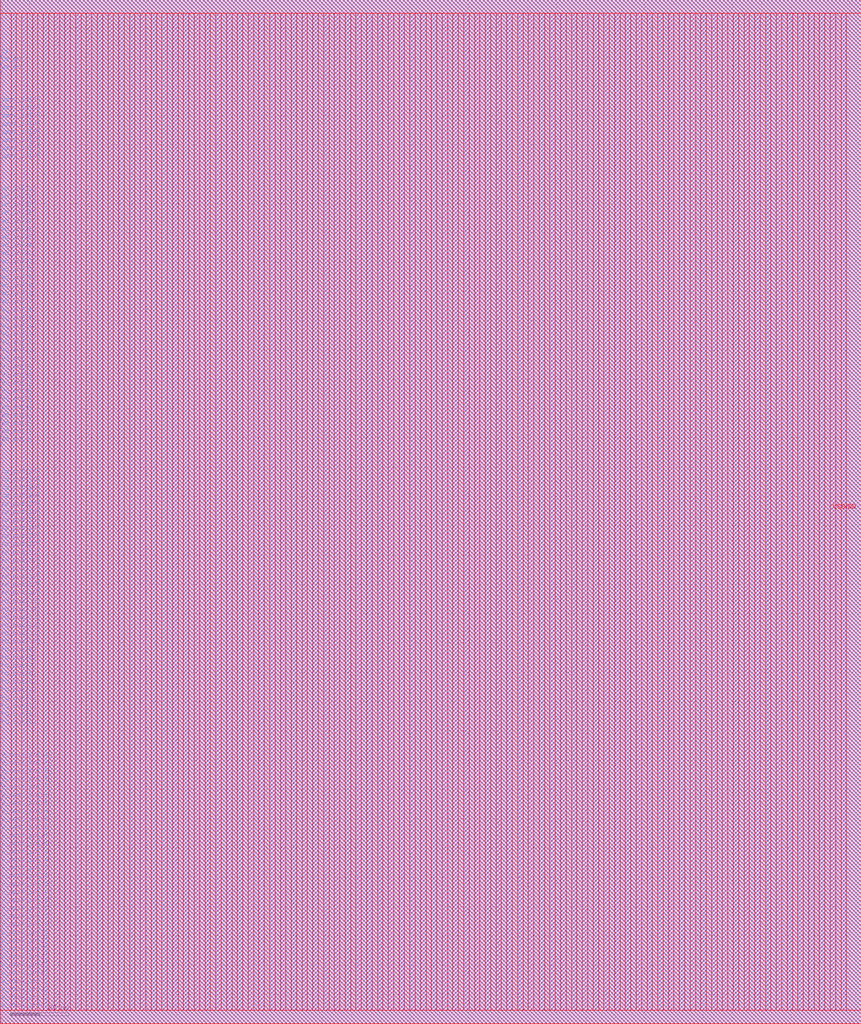
<source format=lef>
VERSION 5.7 ;
BUSBITCHARS "[]" ;
MACRO fakeram130_256x32
  FOREIGN fakeram130_256x32 0 0 ;
  SYMMETRY X Y R90 ;
  SIZE 293.940 BY 349.520 ;
  CLASS BLOCK ;
  PIN w_mask_in[0]
    DIRECTION INPUT ;
    USE SIGNAL ;
    SHAPE ABUTMENT ;
    PORT
      LAYER met3 ;
      RECT 0.000 4.370 0.460 4.830 ;
    END
  END w_mask_in[0]
  PIN w_mask_in[1]
    DIRECTION INPUT ;
    USE SIGNAL ;
    SHAPE ABUTMENT ;
    PORT
      LAYER met3 ;
      RECT 0.000 7.130 0.460 7.590 ;
    END
  END w_mask_in[1]
  PIN w_mask_in[2]
    DIRECTION INPUT ;
    USE SIGNAL ;
    SHAPE ABUTMENT ;
    PORT
      LAYER met3 ;
      RECT 0.000 9.890 0.460 10.350 ;
    END
  END w_mask_in[2]
  PIN w_mask_in[3]
    DIRECTION INPUT ;
    USE SIGNAL ;
    SHAPE ABUTMENT ;
    PORT
      LAYER met3 ;
      RECT 0.000 12.650 0.460 13.110 ;
    END
  END w_mask_in[3]
  PIN w_mask_in[4]
    DIRECTION INPUT ;
    USE SIGNAL ;
    SHAPE ABUTMENT ;
    PORT
      LAYER met3 ;
      RECT 0.000 15.410 0.460 15.870 ;
    END
  END w_mask_in[4]
  PIN w_mask_in[5]
    DIRECTION INPUT ;
    USE SIGNAL ;
    SHAPE ABUTMENT ;
    PORT
      LAYER met3 ;
      RECT 0.000 18.170 0.460 18.630 ;
    END
  END w_mask_in[5]
  PIN w_mask_in[6]
    DIRECTION INPUT ;
    USE SIGNAL ;
    SHAPE ABUTMENT ;
    PORT
      LAYER met3 ;
      RECT 0.000 20.930 0.460 21.390 ;
    END
  END w_mask_in[6]
  PIN w_mask_in[7]
    DIRECTION INPUT ;
    USE SIGNAL ;
    SHAPE ABUTMENT ;
    PORT
      LAYER met3 ;
      RECT 0.000 23.690 0.460 24.150 ;
    END
  END w_mask_in[7]
  PIN w_mask_in[8]
    DIRECTION INPUT ;
    USE SIGNAL ;
    SHAPE ABUTMENT ;
    PORT
      LAYER met3 ;
      RECT 0.000 26.450 0.460 26.910 ;
    END
  END w_mask_in[8]
  PIN w_mask_in[9]
    DIRECTION INPUT ;
    USE SIGNAL ;
    SHAPE ABUTMENT ;
    PORT
      LAYER met3 ;
      RECT 0.000 29.210 0.460 29.670 ;
    END
  END w_mask_in[9]
  PIN w_mask_in[10]
    DIRECTION INPUT ;
    USE SIGNAL ;
    SHAPE ABUTMENT ;
    PORT
      LAYER met3 ;
      RECT 0.000 31.970 0.460 32.430 ;
    END
  END w_mask_in[10]
  PIN w_mask_in[11]
    DIRECTION INPUT ;
    USE SIGNAL ;
    SHAPE ABUTMENT ;
    PORT
      LAYER met3 ;
      RECT 0.000 34.730 0.460 35.190 ;
    END
  END w_mask_in[11]
  PIN w_mask_in[12]
    DIRECTION INPUT ;
    USE SIGNAL ;
    SHAPE ABUTMENT ;
    PORT
      LAYER met3 ;
      RECT 0.000 37.490 0.460 37.950 ;
    END
  END w_mask_in[12]
  PIN w_mask_in[13]
    DIRECTION INPUT ;
    USE SIGNAL ;
    SHAPE ABUTMENT ;
    PORT
      LAYER met3 ;
      RECT 0.000 40.250 0.460 40.710 ;
    END
  END w_mask_in[13]
  PIN w_mask_in[14]
    DIRECTION INPUT ;
    USE SIGNAL ;
    SHAPE ABUTMENT ;
    PORT
      LAYER met3 ;
      RECT 0.000 43.010 0.460 43.470 ;
    END
  END w_mask_in[14]
  PIN w_mask_in[15]
    DIRECTION INPUT ;
    USE SIGNAL ;
    SHAPE ABUTMENT ;
    PORT
      LAYER met3 ;
      RECT 0.000 45.770 0.460 46.230 ;
    END
  END w_mask_in[15]
  PIN w_mask_in[16]
    DIRECTION INPUT ;
    USE SIGNAL ;
    SHAPE ABUTMENT ;
    PORT
      LAYER met3 ;
      RECT 0.000 48.530 0.460 48.990 ;
    END
  END w_mask_in[16]
  PIN w_mask_in[17]
    DIRECTION INPUT ;
    USE SIGNAL ;
    SHAPE ABUTMENT ;
    PORT
      LAYER met3 ;
      RECT 0.000 51.290 0.460 51.750 ;
    END
  END w_mask_in[17]
  PIN w_mask_in[18]
    DIRECTION INPUT ;
    USE SIGNAL ;
    SHAPE ABUTMENT ;
    PORT
      LAYER met3 ;
      RECT 0.000 54.050 0.460 54.510 ;
    END
  END w_mask_in[18]
  PIN w_mask_in[19]
    DIRECTION INPUT ;
    USE SIGNAL ;
    SHAPE ABUTMENT ;
    PORT
      LAYER met3 ;
      RECT 0.000 56.810 0.460 57.270 ;
    END
  END w_mask_in[19]
  PIN w_mask_in[20]
    DIRECTION INPUT ;
    USE SIGNAL ;
    SHAPE ABUTMENT ;
    PORT
      LAYER met3 ;
      RECT 0.000 59.570 0.460 60.030 ;
    END
  END w_mask_in[20]
  PIN w_mask_in[21]
    DIRECTION INPUT ;
    USE SIGNAL ;
    SHAPE ABUTMENT ;
    PORT
      LAYER met3 ;
      RECT 0.000 62.330 0.460 62.790 ;
    END
  END w_mask_in[21]
  PIN w_mask_in[22]
    DIRECTION INPUT ;
    USE SIGNAL ;
    SHAPE ABUTMENT ;
    PORT
      LAYER met3 ;
      RECT 0.000 65.090 0.460 65.550 ;
    END
  END w_mask_in[22]
  PIN w_mask_in[23]
    DIRECTION INPUT ;
    USE SIGNAL ;
    SHAPE ABUTMENT ;
    PORT
      LAYER met3 ;
      RECT 0.000 67.850 0.460 68.310 ;
    END
  END w_mask_in[23]
  PIN w_mask_in[24]
    DIRECTION INPUT ;
    USE SIGNAL ;
    SHAPE ABUTMENT ;
    PORT
      LAYER met3 ;
      RECT 0.000 70.610 0.460 71.070 ;
    END
  END w_mask_in[24]
  PIN w_mask_in[25]
    DIRECTION INPUT ;
    USE SIGNAL ;
    SHAPE ABUTMENT ;
    PORT
      LAYER met3 ;
      RECT 0.000 73.370 0.460 73.830 ;
    END
  END w_mask_in[25]
  PIN w_mask_in[26]
    DIRECTION INPUT ;
    USE SIGNAL ;
    SHAPE ABUTMENT ;
    PORT
      LAYER met3 ;
      RECT 0.000 76.130 0.460 76.590 ;
    END
  END w_mask_in[26]
  PIN w_mask_in[27]
    DIRECTION INPUT ;
    USE SIGNAL ;
    SHAPE ABUTMENT ;
    PORT
      LAYER met3 ;
      RECT 0.000 78.890 0.460 79.350 ;
    END
  END w_mask_in[27]
  PIN w_mask_in[28]
    DIRECTION INPUT ;
    USE SIGNAL ;
    SHAPE ABUTMENT ;
    PORT
      LAYER met3 ;
      RECT 0.000 81.650 0.460 82.110 ;
    END
  END w_mask_in[28]
  PIN w_mask_in[29]
    DIRECTION INPUT ;
    USE SIGNAL ;
    SHAPE ABUTMENT ;
    PORT
      LAYER met3 ;
      RECT 0.000 84.410 0.460 84.870 ;
    END
  END w_mask_in[29]
  PIN w_mask_in[30]
    DIRECTION INPUT ;
    USE SIGNAL ;
    SHAPE ABUTMENT ;
    PORT
      LAYER met3 ;
      RECT 0.000 87.170 0.460 87.630 ;
    END
  END w_mask_in[30]
  PIN w_mask_in[31]
    DIRECTION INPUT ;
    USE SIGNAL ;
    SHAPE ABUTMENT ;
    PORT
      LAYER met3 ;
      RECT 0.000 89.930 0.460 90.390 ;
    END
  END w_mask_in[31]
  PIN rd_out[0]
    DIRECTION OUTPUT ;
    USE SIGNAL ;
    SHAPE ABUTMENT ;
    PORT
      LAYER met3 ;
      RECT 0.000 100.970 0.460 101.430 ;
    END
  END rd_out[0]
  PIN rd_out[1]
    DIRECTION OUTPUT ;
    USE SIGNAL ;
    SHAPE ABUTMENT ;
    PORT
      LAYER met3 ;
      RECT 0.000 103.730 0.460 104.190 ;
    END
  END rd_out[1]
  PIN rd_out[2]
    DIRECTION OUTPUT ;
    USE SIGNAL ;
    SHAPE ABUTMENT ;
    PORT
      LAYER met3 ;
      RECT 0.000 106.490 0.460 106.950 ;
    END
  END rd_out[2]
  PIN rd_out[3]
    DIRECTION OUTPUT ;
    USE SIGNAL ;
    SHAPE ABUTMENT ;
    PORT
      LAYER met3 ;
      RECT 0.000 109.250 0.460 109.710 ;
    END
  END rd_out[3]
  PIN rd_out[4]
    DIRECTION OUTPUT ;
    USE SIGNAL ;
    SHAPE ABUTMENT ;
    PORT
      LAYER met3 ;
      RECT 0.000 112.010 0.460 112.470 ;
    END
  END rd_out[4]
  PIN rd_out[5]
    DIRECTION OUTPUT ;
    USE SIGNAL ;
    SHAPE ABUTMENT ;
    PORT
      LAYER met3 ;
      RECT 0.000 114.770 0.460 115.230 ;
    END
  END rd_out[5]
  PIN rd_out[6]
    DIRECTION OUTPUT ;
    USE SIGNAL ;
    SHAPE ABUTMENT ;
    PORT
      LAYER met3 ;
      RECT 0.000 117.530 0.460 117.990 ;
    END
  END rd_out[6]
  PIN rd_out[7]
    DIRECTION OUTPUT ;
    USE SIGNAL ;
    SHAPE ABUTMENT ;
    PORT
      LAYER met3 ;
      RECT 0.000 120.290 0.460 120.750 ;
    END
  END rd_out[7]
  PIN rd_out[8]
    DIRECTION OUTPUT ;
    USE SIGNAL ;
    SHAPE ABUTMENT ;
    PORT
      LAYER met3 ;
      RECT 0.000 123.050 0.460 123.510 ;
    END
  END rd_out[8]
  PIN rd_out[9]
    DIRECTION OUTPUT ;
    USE SIGNAL ;
    SHAPE ABUTMENT ;
    PORT
      LAYER met3 ;
      RECT 0.000 125.810 0.460 126.270 ;
    END
  END rd_out[9]
  PIN rd_out[10]
    DIRECTION OUTPUT ;
    USE SIGNAL ;
    SHAPE ABUTMENT ;
    PORT
      LAYER met3 ;
      RECT 0.000 128.570 0.460 129.030 ;
    END
  END rd_out[10]
  PIN rd_out[11]
    DIRECTION OUTPUT ;
    USE SIGNAL ;
    SHAPE ABUTMENT ;
    PORT
      LAYER met3 ;
      RECT 0.000 131.330 0.460 131.790 ;
    END
  END rd_out[11]
  PIN rd_out[12]
    DIRECTION OUTPUT ;
    USE SIGNAL ;
    SHAPE ABUTMENT ;
    PORT
      LAYER met3 ;
      RECT 0.000 134.090 0.460 134.550 ;
    END
  END rd_out[12]
  PIN rd_out[13]
    DIRECTION OUTPUT ;
    USE SIGNAL ;
    SHAPE ABUTMENT ;
    PORT
      LAYER met3 ;
      RECT 0.000 136.850 0.460 137.310 ;
    END
  END rd_out[13]
  PIN rd_out[14]
    DIRECTION OUTPUT ;
    USE SIGNAL ;
    SHAPE ABUTMENT ;
    PORT
      LAYER met3 ;
      RECT 0.000 139.610 0.460 140.070 ;
    END
  END rd_out[14]
  PIN rd_out[15]
    DIRECTION OUTPUT ;
    USE SIGNAL ;
    SHAPE ABUTMENT ;
    PORT
      LAYER met3 ;
      RECT 0.000 142.370 0.460 142.830 ;
    END
  END rd_out[15]
  PIN rd_out[16]
    DIRECTION OUTPUT ;
    USE SIGNAL ;
    SHAPE ABUTMENT ;
    PORT
      LAYER met3 ;
      RECT 0.000 145.130 0.460 145.590 ;
    END
  END rd_out[16]
  PIN rd_out[17]
    DIRECTION OUTPUT ;
    USE SIGNAL ;
    SHAPE ABUTMENT ;
    PORT
      LAYER met3 ;
      RECT 0.000 147.890 0.460 148.350 ;
    END
  END rd_out[17]
  PIN rd_out[18]
    DIRECTION OUTPUT ;
    USE SIGNAL ;
    SHAPE ABUTMENT ;
    PORT
      LAYER met3 ;
      RECT 0.000 150.650 0.460 151.110 ;
    END
  END rd_out[18]
  PIN rd_out[19]
    DIRECTION OUTPUT ;
    USE SIGNAL ;
    SHAPE ABUTMENT ;
    PORT
      LAYER met3 ;
      RECT 0.000 153.410 0.460 153.870 ;
    END
  END rd_out[19]
  PIN rd_out[20]
    DIRECTION OUTPUT ;
    USE SIGNAL ;
    SHAPE ABUTMENT ;
    PORT
      LAYER met3 ;
      RECT 0.000 156.170 0.460 156.630 ;
    END
  END rd_out[20]
  PIN rd_out[21]
    DIRECTION OUTPUT ;
    USE SIGNAL ;
    SHAPE ABUTMENT ;
    PORT
      LAYER met3 ;
      RECT 0.000 158.930 0.460 159.390 ;
    END
  END rd_out[21]
  PIN rd_out[22]
    DIRECTION OUTPUT ;
    USE SIGNAL ;
    SHAPE ABUTMENT ;
    PORT
      LAYER met3 ;
      RECT 0.000 161.690 0.460 162.150 ;
    END
  END rd_out[22]
  PIN rd_out[23]
    DIRECTION OUTPUT ;
    USE SIGNAL ;
    SHAPE ABUTMENT ;
    PORT
      LAYER met3 ;
      RECT 0.000 164.450 0.460 164.910 ;
    END
  END rd_out[23]
  PIN rd_out[24]
    DIRECTION OUTPUT ;
    USE SIGNAL ;
    SHAPE ABUTMENT ;
    PORT
      LAYER met3 ;
      RECT 0.000 167.210 0.460 167.670 ;
    END
  END rd_out[24]
  PIN rd_out[25]
    DIRECTION OUTPUT ;
    USE SIGNAL ;
    SHAPE ABUTMENT ;
    PORT
      LAYER met3 ;
      RECT 0.000 169.970 0.460 170.430 ;
    END
  END rd_out[25]
  PIN rd_out[26]
    DIRECTION OUTPUT ;
    USE SIGNAL ;
    SHAPE ABUTMENT ;
    PORT
      LAYER met3 ;
      RECT 0.000 172.730 0.460 173.190 ;
    END
  END rd_out[26]
  PIN rd_out[27]
    DIRECTION OUTPUT ;
    USE SIGNAL ;
    SHAPE ABUTMENT ;
    PORT
      LAYER met3 ;
      RECT 0.000 175.490 0.460 175.950 ;
    END
  END rd_out[27]
  PIN rd_out[28]
    DIRECTION OUTPUT ;
    USE SIGNAL ;
    SHAPE ABUTMENT ;
    PORT
      LAYER met3 ;
      RECT 0.000 178.250 0.460 178.710 ;
    END
  END rd_out[28]
  PIN rd_out[29]
    DIRECTION OUTPUT ;
    USE SIGNAL ;
    SHAPE ABUTMENT ;
    PORT
      LAYER met3 ;
      RECT 0.000 181.010 0.460 181.470 ;
    END
  END rd_out[29]
  PIN rd_out[30]
    DIRECTION OUTPUT ;
    USE SIGNAL ;
    SHAPE ABUTMENT ;
    PORT
      LAYER met3 ;
      RECT 0.000 183.770 0.460 184.230 ;
    END
  END rd_out[30]
  PIN rd_out[31]
    DIRECTION OUTPUT ;
    USE SIGNAL ;
    SHAPE ABUTMENT ;
    PORT
      LAYER met3 ;
      RECT 0.000 186.530 0.460 186.990 ;
    END
  END rd_out[31]
  PIN wd_in[0]
    DIRECTION INPUT ;
    USE SIGNAL ;
    SHAPE ABUTMENT ;
    PORT
      LAYER met3 ;
      RECT 0.000 197.570 0.460 198.030 ;
    END
  END wd_in[0]
  PIN wd_in[1]
    DIRECTION INPUT ;
    USE SIGNAL ;
    SHAPE ABUTMENT ;
    PORT
      LAYER met3 ;
      RECT 0.000 200.330 0.460 200.790 ;
    END
  END wd_in[1]
  PIN wd_in[2]
    DIRECTION INPUT ;
    USE SIGNAL ;
    SHAPE ABUTMENT ;
    PORT
      LAYER met3 ;
      RECT 0.000 203.090 0.460 203.550 ;
    END
  END wd_in[2]
  PIN wd_in[3]
    DIRECTION INPUT ;
    USE SIGNAL ;
    SHAPE ABUTMENT ;
    PORT
      LAYER met3 ;
      RECT 0.000 205.850 0.460 206.310 ;
    END
  END wd_in[3]
  PIN wd_in[4]
    DIRECTION INPUT ;
    USE SIGNAL ;
    SHAPE ABUTMENT ;
    PORT
      LAYER met3 ;
      RECT 0.000 208.610 0.460 209.070 ;
    END
  END wd_in[4]
  PIN wd_in[5]
    DIRECTION INPUT ;
    USE SIGNAL ;
    SHAPE ABUTMENT ;
    PORT
      LAYER met3 ;
      RECT 0.000 211.370 0.460 211.830 ;
    END
  END wd_in[5]
  PIN wd_in[6]
    DIRECTION INPUT ;
    USE SIGNAL ;
    SHAPE ABUTMENT ;
    PORT
      LAYER met3 ;
      RECT 0.000 214.130 0.460 214.590 ;
    END
  END wd_in[6]
  PIN wd_in[7]
    DIRECTION INPUT ;
    USE SIGNAL ;
    SHAPE ABUTMENT ;
    PORT
      LAYER met3 ;
      RECT 0.000 216.890 0.460 217.350 ;
    END
  END wd_in[7]
  PIN wd_in[8]
    DIRECTION INPUT ;
    USE SIGNAL ;
    SHAPE ABUTMENT ;
    PORT
      LAYER met3 ;
      RECT 0.000 219.650 0.460 220.110 ;
    END
  END wd_in[8]
  PIN wd_in[9]
    DIRECTION INPUT ;
    USE SIGNAL ;
    SHAPE ABUTMENT ;
    PORT
      LAYER met3 ;
      RECT 0.000 222.410 0.460 222.870 ;
    END
  END wd_in[9]
  PIN wd_in[10]
    DIRECTION INPUT ;
    USE SIGNAL ;
    SHAPE ABUTMENT ;
    PORT
      LAYER met3 ;
      RECT 0.000 225.170 0.460 225.630 ;
    END
  END wd_in[10]
  PIN wd_in[11]
    DIRECTION INPUT ;
    USE SIGNAL ;
    SHAPE ABUTMENT ;
    PORT
      LAYER met3 ;
      RECT 0.000 227.930 0.460 228.390 ;
    END
  END wd_in[11]
  PIN wd_in[12]
    DIRECTION INPUT ;
    USE SIGNAL ;
    SHAPE ABUTMENT ;
    PORT
      LAYER met3 ;
      RECT 0.000 230.690 0.460 231.150 ;
    END
  END wd_in[12]
  PIN wd_in[13]
    DIRECTION INPUT ;
    USE SIGNAL ;
    SHAPE ABUTMENT ;
    PORT
      LAYER met3 ;
      RECT 0.000 233.450 0.460 233.910 ;
    END
  END wd_in[13]
  PIN wd_in[14]
    DIRECTION INPUT ;
    USE SIGNAL ;
    SHAPE ABUTMENT ;
    PORT
      LAYER met3 ;
      RECT 0.000 236.210 0.460 236.670 ;
    END
  END wd_in[14]
  PIN wd_in[15]
    DIRECTION INPUT ;
    USE SIGNAL ;
    SHAPE ABUTMENT ;
    PORT
      LAYER met3 ;
      RECT 0.000 238.970 0.460 239.430 ;
    END
  END wd_in[15]
  PIN wd_in[16]
    DIRECTION INPUT ;
    USE SIGNAL ;
    SHAPE ABUTMENT ;
    PORT
      LAYER met3 ;
      RECT 0.000 241.730 0.460 242.190 ;
    END
  END wd_in[16]
  PIN wd_in[17]
    DIRECTION INPUT ;
    USE SIGNAL ;
    SHAPE ABUTMENT ;
    PORT
      LAYER met3 ;
      RECT 0.000 244.490 0.460 244.950 ;
    END
  END wd_in[17]
  PIN wd_in[18]
    DIRECTION INPUT ;
    USE SIGNAL ;
    SHAPE ABUTMENT ;
    PORT
      LAYER met3 ;
      RECT 0.000 247.250 0.460 247.710 ;
    END
  END wd_in[18]
  PIN wd_in[19]
    DIRECTION INPUT ;
    USE SIGNAL ;
    SHAPE ABUTMENT ;
    PORT
      LAYER met3 ;
      RECT 0.000 250.010 0.460 250.470 ;
    END
  END wd_in[19]
  PIN wd_in[20]
    DIRECTION INPUT ;
    USE SIGNAL ;
    SHAPE ABUTMENT ;
    PORT
      LAYER met3 ;
      RECT 0.000 252.770 0.460 253.230 ;
    END
  END wd_in[20]
  PIN wd_in[21]
    DIRECTION INPUT ;
    USE SIGNAL ;
    SHAPE ABUTMENT ;
    PORT
      LAYER met3 ;
      RECT 0.000 255.530 0.460 255.990 ;
    END
  END wd_in[21]
  PIN wd_in[22]
    DIRECTION INPUT ;
    USE SIGNAL ;
    SHAPE ABUTMENT ;
    PORT
      LAYER met3 ;
      RECT 0.000 258.290 0.460 258.750 ;
    END
  END wd_in[22]
  PIN wd_in[23]
    DIRECTION INPUT ;
    USE SIGNAL ;
    SHAPE ABUTMENT ;
    PORT
      LAYER met3 ;
      RECT 0.000 261.050 0.460 261.510 ;
    END
  END wd_in[23]
  PIN wd_in[24]
    DIRECTION INPUT ;
    USE SIGNAL ;
    SHAPE ABUTMENT ;
    PORT
      LAYER met3 ;
      RECT 0.000 263.810 0.460 264.270 ;
    END
  END wd_in[24]
  PIN wd_in[25]
    DIRECTION INPUT ;
    USE SIGNAL ;
    SHAPE ABUTMENT ;
    PORT
      LAYER met3 ;
      RECT 0.000 266.570 0.460 267.030 ;
    END
  END wd_in[25]
  PIN wd_in[26]
    DIRECTION INPUT ;
    USE SIGNAL ;
    SHAPE ABUTMENT ;
    PORT
      LAYER met3 ;
      RECT 0.000 269.330 0.460 269.790 ;
    END
  END wd_in[26]
  PIN wd_in[27]
    DIRECTION INPUT ;
    USE SIGNAL ;
    SHAPE ABUTMENT ;
    PORT
      LAYER met3 ;
      RECT 0.000 272.090 0.460 272.550 ;
    END
  END wd_in[27]
  PIN wd_in[28]
    DIRECTION INPUT ;
    USE SIGNAL ;
    SHAPE ABUTMENT ;
    PORT
      LAYER met3 ;
      RECT 0.000 274.850 0.460 275.310 ;
    END
  END wd_in[28]
  PIN wd_in[29]
    DIRECTION INPUT ;
    USE SIGNAL ;
    SHAPE ABUTMENT ;
    PORT
      LAYER met3 ;
      RECT 0.000 277.610 0.460 278.070 ;
    END
  END wd_in[29]
  PIN wd_in[30]
    DIRECTION INPUT ;
    USE SIGNAL ;
    SHAPE ABUTMENT ;
    PORT
      LAYER met3 ;
      RECT 0.000 280.370 0.460 280.830 ;
    END
  END wd_in[30]
  PIN wd_in[31]
    DIRECTION INPUT ;
    USE SIGNAL ;
    SHAPE ABUTMENT ;
    PORT
      LAYER met3 ;
      RECT 0.000 283.130 0.460 283.590 ;
    END
  END wd_in[31]
  PIN addr_in[0]
    DIRECTION INPUT ;
    USE SIGNAL ;
    SHAPE ABUTMENT ;
    PORT
      LAYER met3 ;
      RECT 0.000 294.170 0.460 294.630 ;
    END
  END addr_in[0]
  PIN addr_in[1]
    DIRECTION INPUT ;
    USE SIGNAL ;
    SHAPE ABUTMENT ;
    PORT
      LAYER met3 ;
      RECT 0.000 296.930 0.460 297.390 ;
    END
  END addr_in[1]
  PIN addr_in[2]
    DIRECTION INPUT ;
    USE SIGNAL ;
    SHAPE ABUTMENT ;
    PORT
      LAYER met3 ;
      RECT 0.000 299.690 0.460 300.150 ;
    END
  END addr_in[2]
  PIN addr_in[3]
    DIRECTION INPUT ;
    USE SIGNAL ;
    SHAPE ABUTMENT ;
    PORT
      LAYER met3 ;
      RECT 0.000 302.450 0.460 302.910 ;
    END
  END addr_in[3]
  PIN addr_in[4]
    DIRECTION INPUT ;
    USE SIGNAL ;
    SHAPE ABUTMENT ;
    PORT
      LAYER met3 ;
      RECT 0.000 305.210 0.460 305.670 ;
    END
  END addr_in[4]
  PIN addr_in[5]
    DIRECTION INPUT ;
    USE SIGNAL ;
    SHAPE ABUTMENT ;
    PORT
      LAYER met3 ;
      RECT 0.000 307.970 0.460 308.430 ;
    END
  END addr_in[5]
  PIN addr_in[6]
    DIRECTION INPUT ;
    USE SIGNAL ;
    SHAPE ABUTMENT ;
    PORT
      LAYER met3 ;
      RECT 0.000 310.730 0.460 311.190 ;
    END
  END addr_in[6]
  PIN addr_in[7]
    DIRECTION INPUT ;
    USE SIGNAL ;
    SHAPE ABUTMENT ;
    PORT
      LAYER met3 ;
      RECT 0.000 313.490 0.460 313.950 ;
    END
  END addr_in[7]
  PIN we_in
    DIRECTION INPUT ;
    USE SIGNAL ;
    SHAPE ABUTMENT ;
    PORT
      LAYER met3 ;
      RECT 0.000 324.530 0.460 324.990 ;
    END
  END we_in
  PIN ce_in
    DIRECTION INPUT ;
    USE SIGNAL ;
    SHAPE ABUTMENT ;
    PORT
      LAYER met3 ;
      RECT 0.000 327.290 0.460 327.750 ;
    END
  END ce_in
  PIN clk
    DIRECTION INPUT ;
    USE SIGNAL ;
    SHAPE ABUTMENT ;
    PORT
      LAYER met3 ;
      RECT 0.000 330.050 0.460 330.510 ;
    END
  END clk
  PIN VSS
    DIRECTION INOUT ;
    USE GROUND ;
    PORT
      LAYER met4 ;
      RECT 3.680 4.600 5.520 344.920 ;
      RECT 11.040 4.600 12.880 344.920 ;
      RECT 18.400 4.600 20.240 344.920 ;
      RECT 25.760 4.600 27.600 344.920 ;
      RECT 33.120 4.600 34.960 344.920 ;
      RECT 40.480 4.600 42.320 344.920 ;
      RECT 47.840 4.600 49.680 344.920 ;
      RECT 55.200 4.600 57.040 344.920 ;
      RECT 62.560 4.600 64.400 344.920 ;
      RECT 69.920 4.600 71.760 344.920 ;
      RECT 77.280 4.600 79.120 344.920 ;
      RECT 84.640 4.600 86.480 344.920 ;
      RECT 92.000 4.600 93.840 344.920 ;
      RECT 99.360 4.600 101.200 344.920 ;
      RECT 106.720 4.600 108.560 344.920 ;
      RECT 114.080 4.600 115.920 344.920 ;
      RECT 121.440 4.600 123.280 344.920 ;
      RECT 128.800 4.600 130.640 344.920 ;
      RECT 136.160 4.600 138.000 344.920 ;
      RECT 143.520 4.600 145.360 344.920 ;
      RECT 150.880 4.600 152.720 344.920 ;
      RECT 158.240 4.600 160.080 344.920 ;
      RECT 165.600 4.600 167.440 344.920 ;
      RECT 172.960 4.600 174.800 344.920 ;
      RECT 180.320 4.600 182.160 344.920 ;
      RECT 187.680 4.600 189.520 344.920 ;
      RECT 195.040 4.600 196.880 344.920 ;
      RECT 202.400 4.600 204.240 344.920 ;
      RECT 209.760 4.600 211.600 344.920 ;
      RECT 217.120 4.600 218.960 344.920 ;
      RECT 224.480 4.600 226.320 344.920 ;
      RECT 231.840 4.600 233.680 344.920 ;
      RECT 239.200 4.600 241.040 344.920 ;
      RECT 246.560 4.600 248.400 344.920 ;
      RECT 253.920 4.600 255.760 344.920 ;
      RECT 261.280 4.600 263.120 344.920 ;
      RECT 268.640 4.600 270.480 344.920 ;
      RECT 276.000 4.600 277.840 344.920 ;
      RECT 283.360 4.600 285.200 344.920 ;
    END
  END VSS
  PIN VDD
    DIRECTION INOUT ;
    USE POWER ;
    PORT
      LAYER met4 ;
      RECT 7.360 4.600 9.200 344.920 ;
      RECT 14.720 4.600 16.560 344.920 ;
      RECT 22.080 4.600 23.920 344.920 ;
      RECT 29.440 4.600 31.280 344.920 ;
      RECT 36.800 4.600 38.640 344.920 ;
      RECT 44.160 4.600 46.000 344.920 ;
      RECT 51.520 4.600 53.360 344.920 ;
      RECT 58.880 4.600 60.720 344.920 ;
      RECT 66.240 4.600 68.080 344.920 ;
      RECT 73.600 4.600 75.440 344.920 ;
      RECT 80.960 4.600 82.800 344.920 ;
      RECT 88.320 4.600 90.160 344.920 ;
      RECT 95.680 4.600 97.520 344.920 ;
      RECT 103.040 4.600 104.880 344.920 ;
      RECT 110.400 4.600 112.240 344.920 ;
      RECT 117.760 4.600 119.600 344.920 ;
      RECT 125.120 4.600 126.960 344.920 ;
      RECT 132.480 4.600 134.320 344.920 ;
      RECT 139.840 4.600 141.680 344.920 ;
      RECT 147.200 4.600 149.040 344.920 ;
      RECT 154.560 4.600 156.400 344.920 ;
      RECT 161.920 4.600 163.760 344.920 ;
      RECT 169.280 4.600 171.120 344.920 ;
      RECT 176.640 4.600 178.480 344.920 ;
      RECT 184.000 4.600 185.840 344.920 ;
      RECT 191.360 4.600 193.200 344.920 ;
      RECT 198.720 4.600 200.560 344.920 ;
      RECT 206.080 4.600 207.920 344.920 ;
      RECT 213.440 4.600 215.280 344.920 ;
      RECT 220.800 4.600 222.640 344.920 ;
      RECT 228.160 4.600 230.000 344.920 ;
      RECT 235.520 4.600 237.360 344.920 ;
      RECT 242.880 4.600 244.720 344.920 ;
      RECT 250.240 4.600 252.080 344.920 ;
      RECT 257.600 4.600 259.440 344.920 ;
      RECT 264.960 4.600 266.800 344.920 ;
      RECT 272.320 4.600 274.160 344.920 ;
      RECT 279.680 4.600 281.520 344.920 ;
      RECT 287.040 4.600 288.880 344.920 ;
    END
  END VDD
  OBS
    LAYER met1 ;
    RECT 0 0 293.940 349.520 ;
    LAYER met2 ;
    RECT 0 0 293.940 349.520 ;
    LAYER met3 ;
    RECT 0.460 0 293.940 349.520 ;
    RECT 0 0.000 0.460 4.370 ;
    RECT 0 4.830 0.460 7.130 ;
    RECT 0 7.590 0.460 9.890 ;
    RECT 0 10.350 0.460 12.650 ;
    RECT 0 13.110 0.460 15.410 ;
    RECT 0 15.870 0.460 18.170 ;
    RECT 0 18.630 0.460 20.930 ;
    RECT 0 21.390 0.460 23.690 ;
    RECT 0 24.150 0.460 26.450 ;
    RECT 0 26.910 0.460 29.210 ;
    RECT 0 29.670 0.460 31.970 ;
    RECT 0 32.430 0.460 34.730 ;
    RECT 0 35.190 0.460 37.490 ;
    RECT 0 37.950 0.460 40.250 ;
    RECT 0 40.710 0.460 43.010 ;
    RECT 0 43.470 0.460 45.770 ;
    RECT 0 46.230 0.460 48.530 ;
    RECT 0 48.990 0.460 51.290 ;
    RECT 0 51.750 0.460 54.050 ;
    RECT 0 54.510 0.460 56.810 ;
    RECT 0 57.270 0.460 59.570 ;
    RECT 0 60.030 0.460 62.330 ;
    RECT 0 62.790 0.460 65.090 ;
    RECT 0 65.550 0.460 67.850 ;
    RECT 0 68.310 0.460 70.610 ;
    RECT 0 71.070 0.460 73.370 ;
    RECT 0 73.830 0.460 76.130 ;
    RECT 0 76.590 0.460 78.890 ;
    RECT 0 79.350 0.460 81.650 ;
    RECT 0 82.110 0.460 84.410 ;
    RECT 0 84.870 0.460 87.170 ;
    RECT 0 87.630 0.460 89.930 ;
    RECT 0 90.390 0.460 100.970 ;
    RECT 0 101.430 0.460 103.730 ;
    RECT 0 104.190 0.460 106.490 ;
    RECT 0 106.950 0.460 109.250 ;
    RECT 0 109.710 0.460 112.010 ;
    RECT 0 112.470 0.460 114.770 ;
    RECT 0 115.230 0.460 117.530 ;
    RECT 0 117.990 0.460 120.290 ;
    RECT 0 120.750 0.460 123.050 ;
    RECT 0 123.510 0.460 125.810 ;
    RECT 0 126.270 0.460 128.570 ;
    RECT 0 129.030 0.460 131.330 ;
    RECT 0 131.790 0.460 134.090 ;
    RECT 0 134.550 0.460 136.850 ;
    RECT 0 137.310 0.460 139.610 ;
    RECT 0 140.070 0.460 142.370 ;
    RECT 0 142.830 0.460 145.130 ;
    RECT 0 145.590 0.460 147.890 ;
    RECT 0 148.350 0.460 150.650 ;
    RECT 0 151.110 0.460 153.410 ;
    RECT 0 153.870 0.460 156.170 ;
    RECT 0 156.630 0.460 158.930 ;
    RECT 0 159.390 0.460 161.690 ;
    RECT 0 162.150 0.460 164.450 ;
    RECT 0 164.910 0.460 167.210 ;
    RECT 0 167.670 0.460 169.970 ;
    RECT 0 170.430 0.460 172.730 ;
    RECT 0 173.190 0.460 175.490 ;
    RECT 0 175.950 0.460 178.250 ;
    RECT 0 178.710 0.460 181.010 ;
    RECT 0 181.470 0.460 183.770 ;
    RECT 0 184.230 0.460 186.530 ;
    RECT 0 186.990 0.460 197.570 ;
    RECT 0 198.030 0.460 200.330 ;
    RECT 0 200.790 0.460 203.090 ;
    RECT 0 203.550 0.460 205.850 ;
    RECT 0 206.310 0.460 208.610 ;
    RECT 0 209.070 0.460 211.370 ;
    RECT 0 211.830 0.460 214.130 ;
    RECT 0 214.590 0.460 216.890 ;
    RECT 0 217.350 0.460 219.650 ;
    RECT 0 220.110 0.460 222.410 ;
    RECT 0 222.870 0.460 225.170 ;
    RECT 0 225.630 0.460 227.930 ;
    RECT 0 228.390 0.460 230.690 ;
    RECT 0 231.150 0.460 233.450 ;
    RECT 0 233.910 0.460 236.210 ;
    RECT 0 236.670 0.460 238.970 ;
    RECT 0 239.430 0.460 241.730 ;
    RECT 0 242.190 0.460 244.490 ;
    RECT 0 244.950 0.460 247.250 ;
    RECT 0 247.710 0.460 250.010 ;
    RECT 0 250.470 0.460 252.770 ;
    RECT 0 253.230 0.460 255.530 ;
    RECT 0 255.990 0.460 258.290 ;
    RECT 0 258.750 0.460 261.050 ;
    RECT 0 261.510 0.460 263.810 ;
    RECT 0 264.270 0.460 266.570 ;
    RECT 0 267.030 0.460 269.330 ;
    RECT 0 269.790 0.460 272.090 ;
    RECT 0 272.550 0.460 274.850 ;
    RECT 0 275.310 0.460 277.610 ;
    RECT 0 278.070 0.460 280.370 ;
    RECT 0 280.830 0.460 283.130 ;
    RECT 0 283.590 0.460 294.170 ;
    RECT 0 294.630 0.460 296.930 ;
    RECT 0 297.390 0.460 299.690 ;
    RECT 0 300.150 0.460 302.450 ;
    RECT 0 302.910 0.460 305.210 ;
    RECT 0 305.670 0.460 307.970 ;
    RECT 0 308.430 0.460 310.730 ;
    RECT 0 311.190 0.460 313.490 ;
    RECT 0 313.950 0.460 324.530 ;
    RECT 0 324.990 0.460 327.290 ;
    RECT 0 327.750 0.460 330.050 ;
    RECT 0 330.510 0.460 349.520 ;
    LAYER met4 ;
    RECT 0 0 293.940 4.600 ;
    RECT 0 344.920 293.940 349.520 ;
    RECT 0.000 4.600 3.680 344.920 ;
    RECT 5.520 4.600 7.360 344.920 ;
    RECT 9.200 4.600 11.040 344.920 ;
    RECT 12.880 4.600 14.720 344.920 ;
    RECT 16.560 4.600 18.400 344.920 ;
    RECT 20.240 4.600 22.080 344.920 ;
    RECT 23.920 4.600 25.760 344.920 ;
    RECT 27.600 4.600 29.440 344.920 ;
    RECT 31.280 4.600 33.120 344.920 ;
    RECT 34.960 4.600 36.800 344.920 ;
    RECT 38.640 4.600 40.480 344.920 ;
    RECT 42.320 4.600 44.160 344.920 ;
    RECT 46.000 4.600 47.840 344.920 ;
    RECT 49.680 4.600 51.520 344.920 ;
    RECT 53.360 4.600 55.200 344.920 ;
    RECT 57.040 4.600 58.880 344.920 ;
    RECT 60.720 4.600 62.560 344.920 ;
    RECT 64.400 4.600 66.240 344.920 ;
    RECT 68.080 4.600 69.920 344.920 ;
    RECT 71.760 4.600 73.600 344.920 ;
    RECT 75.440 4.600 77.280 344.920 ;
    RECT 79.120 4.600 80.960 344.920 ;
    RECT 82.800 4.600 84.640 344.920 ;
    RECT 86.480 4.600 88.320 344.920 ;
    RECT 90.160 4.600 92.000 344.920 ;
    RECT 93.840 4.600 95.680 344.920 ;
    RECT 97.520 4.600 99.360 344.920 ;
    RECT 101.200 4.600 103.040 344.920 ;
    RECT 104.880 4.600 106.720 344.920 ;
    RECT 108.560 4.600 110.400 344.920 ;
    RECT 112.240 4.600 114.080 344.920 ;
    RECT 115.920 4.600 117.760 344.920 ;
    RECT 119.600 4.600 121.440 344.920 ;
    RECT 123.280 4.600 125.120 344.920 ;
    RECT 126.960 4.600 128.800 344.920 ;
    RECT 130.640 4.600 132.480 344.920 ;
    RECT 134.320 4.600 136.160 344.920 ;
    RECT 138.000 4.600 139.840 344.920 ;
    RECT 141.680 4.600 143.520 344.920 ;
    RECT 145.360 4.600 147.200 344.920 ;
    RECT 149.040 4.600 150.880 344.920 ;
    RECT 152.720 4.600 154.560 344.920 ;
    RECT 156.400 4.600 158.240 344.920 ;
    RECT 160.080 4.600 161.920 344.920 ;
    RECT 163.760 4.600 165.600 344.920 ;
    RECT 167.440 4.600 169.280 344.920 ;
    RECT 171.120 4.600 172.960 344.920 ;
    RECT 174.800 4.600 176.640 344.920 ;
    RECT 178.480 4.600 180.320 344.920 ;
    RECT 182.160 4.600 184.000 344.920 ;
    RECT 185.840 4.600 187.680 344.920 ;
    RECT 189.520 4.600 191.360 344.920 ;
    RECT 193.200 4.600 195.040 344.920 ;
    RECT 196.880 4.600 198.720 344.920 ;
    RECT 200.560 4.600 202.400 344.920 ;
    RECT 204.240 4.600 206.080 344.920 ;
    RECT 207.920 4.600 209.760 344.920 ;
    RECT 211.600 4.600 213.440 344.920 ;
    RECT 215.280 4.600 217.120 344.920 ;
    RECT 218.960 4.600 220.800 344.920 ;
    RECT 222.640 4.600 224.480 344.920 ;
    RECT 226.320 4.600 228.160 344.920 ;
    RECT 230.000 4.600 231.840 344.920 ;
    RECT 233.680 4.600 235.520 344.920 ;
    RECT 237.360 4.600 239.200 344.920 ;
    RECT 241.040 4.600 242.880 344.920 ;
    RECT 244.720 4.600 246.560 344.920 ;
    RECT 248.400 4.600 250.240 344.920 ;
    RECT 252.080 4.600 253.920 344.920 ;
    RECT 255.760 4.600 257.600 344.920 ;
    RECT 259.440 4.600 261.280 344.920 ;
    RECT 263.120 4.600 264.960 344.920 ;
    RECT 266.800 4.600 268.640 344.920 ;
    RECT 270.480 4.600 272.320 344.920 ;
    RECT 274.160 4.600 276.000 344.920 ;
    RECT 277.840 4.600 279.680 344.920 ;
    RECT 281.520 4.600 283.360 344.920 ;
    RECT 285.200 4.600 287.040 344.920 ;
    RECT 288.880 4.600 293.940 344.920 ;
    LAYER OVERLAP ;
    RECT 0 0 293.940 349.520 ;
  END
END fakeram130_256x32

END LIBRARY

</source>
